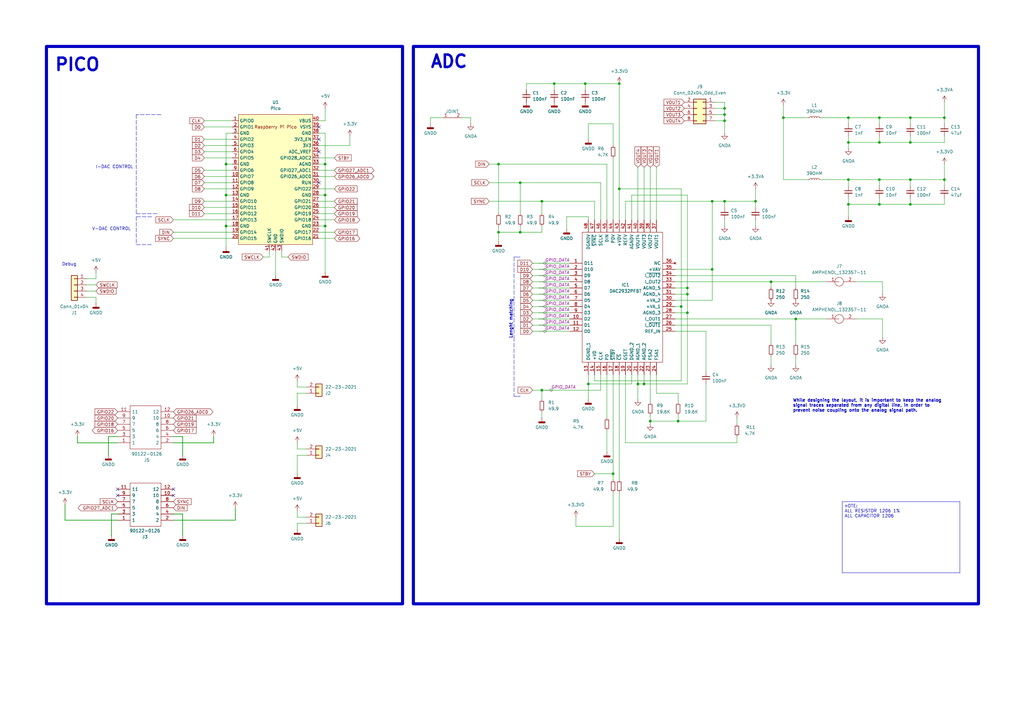
<source format=kicad_sch>
(kicad_sch (version 20231120) (generator "eeschema") (generator_version "8.0")
  (paper "A3")
  (title_block (title "PICO ADC2932") (date "2024-05-03") (rev "R01") (company "ICTAMKY.COM") (comment 1 "By leevawns"))
  (lib_symbols
    (symbol "Connector_Generic:Conn_01x02" (pin_names (offset 1.016) hide)
      (property "Reference" "J" (at 0 2.54 0))
      (property "Value" "Conn_01x02" (at 0 -5.08 0))
      (symbol "Conn_01x02_1_1"
        (pin passive line (at -5.08 0 0) (length 3.81) (name "Pin_1") (number "1"))
        (pin passive line (at -5.08 -2.54 0) (length 3.81) (name "Pin_2") (number "2"))
      )
    )
    (symbol "Connector_Generic:Conn_01x04" (pin_names (offset 1.016) hide)
      (property "Reference" "J" (at 0 5.08 0))
      (property "Value" "Conn_01x04" (at 0 -7.62 0))
      (symbol "Conn_01x04_1_1"
        (pin passive line (at -5.08 2.54 0) (length 3.81) (name "Pin_1") (number "1"))
        (pin passive line (at -5.08 0 0) (length 3.81) (name "Pin_2") (number "2"))
        (pin passive line (at -5.08 -2.54 0) (length 3.81) (name "Pin_3") (number "3"))
        (pin passive line (at -5.08 -5.08 0) (length 3.81) (name "Pin_4") (number "4"))
      )
    )
    (symbol "Connector_Generic:Conn_02x04_Odd_Even" (pin_names (offset 1.016) hide)
      (property "Reference" "J" (at 1.27 5.08 0))
      (property "Value" "Conn_02x04_Odd_Even" (at 1.27 -7.62 0))
      (symbol "Conn_02x04_Odd_Even_1_1"
        (pin passive line (at -5.08 2.54 0) (length 3.81) (name "Pin_1") (number "1"))
        (pin passive line (at 7.62 2.54 180) (length 3.81) (name "Pin_2") (number "2"))
        (pin passive line (at -5.08 0 0) (length 3.81) (name "Pin_3") (number "3"))
        (pin passive line (at 7.62 0 180) (length 3.81) (name "Pin_4") (number "4"))
        (pin passive line (at -5.08 -2.54 0) (length 3.81) (name "Pin_5") (number "5"))
        (pin passive line (at 7.62 -2.54 180) (length 3.81) (name "Pin_6") (number "6"))
        (pin passive line (at -5.08 -5.08 0) (length 3.81) (name "Pin_7") (number "7"))
        (pin passive line (at 7.62 -5.08 180) (length 3.81) (name "Pin_8") (number "8"))
      )
    )
    (symbol "Device:C_Small" (pin_numbers hide) (pin_names (offset 0.254) hide)
      (property "Reference" "C" (at 0.254 1.778 0))
      (property "Value" "C_Small" (at 0.254 -2.032 0))
      (symbol "C_Small_1_1"
        (pin passive line (at 0 2.54 270) (length 2.032) (name "~") (number "1"))
        (pin passive line (at 0 -2.54 90) (length 2.032) (name "~") (number "2"))
      )
    )
    (symbol "Device:L_Small" (pin_numbers hide) (pin_names (offset 0.254) hide)
      (property "Reference" "L" (at 0.762 1.016 0))
      (property "Value" "L_Small" (at 0.762 -1.016 0))
      (symbol "L_Small_1_1"
        (pin passive line (at 0 2.54 270) (length 0.508) (name "~") (number "1"))
        (pin passive line (at 0 -2.54 90) (length 0.508) (name "~") (number "2"))
      )
    )
    (symbol "Device:R_Small" (pin_numbers hide) (pin_names (offset 0.254) hide)
      (property "Reference" "R" (at 0.762 0.508 0))
      (property "Value" "R_Small" (at 0.762 -1.016 0))
      (symbol "R_Small_1_1"
        (pin passive line (at 0 2.54 270) (length 0.762) (name "~") (number "1"))
        (pin passive line (at 0 -2.54 90) (length 0.762) (name "~") (number "2"))
      )
    )
    (symbol "ICTAMKY:613012243121" (pin_names (offset 0.762))
      (property "Reference" "J" (at 2.032 -17.018 0))
      (property "Value" "613012243121" (at 1.27 -19.558 0))
      (symbol "613012243121_0_0"
        (pin passive line (at 0 0 0) (length 5.08) (name "1") (number "1"))
        (pin passive line (at 22.86 -10.16 180) (length 5.08) (name "10") (number "10"))
        (pin passive line (at 0 -12.7 0) (length 5.08) (name "11") (number "11"))
        (pin passive line (at 22.86 -12.7 180) (length 5.08) (name "12") (number "12"))
        (pin passive line (at 22.86 0 180) (length 5.08) (name "2") (number "2"))
        (pin passive line (at 0 -2.54 0) (length 5.08) (name "3") (number "3"))
        (pin passive line (at 22.86 -2.54 180) (length 5.08) (name "4") (number "4"))
        (pin passive line (at 0 -5.08 0) (length 5.08) (name "5") (number "5"))
        (pin passive line (at 22.86 -5.08 180) (length 5.08) (name "6") (number "6"))
        (pin passive line (at 0 -7.62 0) (length 5.08) (name "7") (number "7"))
        (pin passive line (at 22.86 -7.62 180) (length 5.08) (name "8") (number "8"))
        (pin passive line (at 0 -10.16 0) (length 5.08) (name "9") (number "9"))
      )
    )
    (symbol "ICTAMKY:JOINT" (pin_names (offset 1.016))
      (property "Value" "JOINT" (at 0 2.54 0))
      (symbol "JOINT_1_1"
        (pin input line (at -3.81 0 0) (length 2.54) (name "~") (number "1"))
        (pin input line (at 3.81 0 180) (length 2.54) (name "~") (number "2"))
      )
    )
    (symbol "PICO_ADC_Test:AMPHENOL_132357-11" (pin_names (offset 0.762) hide)
      (property "Reference" "J" (at 16.51 7.62 0))
      (property "Value" "AMPHENOL_132357-11" (at 16.51 5.08 0))
      (symbol "AMPHENOL_132357-11_0_0"
        (pin passive line (at 0 0 0) (length 5.08) (name "1") (number "1"))
        (pin passive line (at 12.065 0 180) (length 5.08) (name "2") (number "2"))
      )
    )
    (symbol "PICO_ADC_Test:Pico"
      (property "Reference" "U" (at -13.97 27.94 0))
      (property "Value" "Pico" (at 0 19.05 0))
      (symbol "Pico_0_0"
        (text "Raspberry Pi Pico" (at 0 21.59 0) (effects (font (size 1.27 1.27))))
      )
      (symbol "Pico_1_1"
        (pin bidirectional line (at -17.78 24.13 0) (length 2.54) (name "GPIO0") (number "1"))
        (pin bidirectional line (at -17.78 1.27 0) (length 2.54) (name "GPIO7") (number "10"))
        (pin bidirectional line (at -17.78 -1.27 0) (length 2.54) (name "GPIO8") (number "11"))
        (pin bidirectional line (at -17.78 -3.81 0) (length 2.54) (name "GPIO9") (number "12"))
        (pin power_in line (at -17.78 -6.35 0) (length 2.54) (name "GND") (number "13"))
        (pin bidirectional line (at -17.78 -8.89 0) (length 2.54) (name "GPIO10") (number "14"))
        (pin bidirectional line (at -17.78 -11.43 0) (length 2.54) (name "GPIO11") (number "15"))
        (pin bidirectional line (at -17.78 -13.97 0) (length 2.54) (name "GPIO12") (number "16"))
        (pin bidirectional line (at -17.78 -16.51 0) (length 2.54) (name "GPIO13") (number "17"))
        (pin power_in line (at -17.78 -19.05 0) (length 2.54) (name "GND") (number "18"))
        (pin bidirectional line (at -17.78 -21.59 0) (length 2.54) (name "GPIO14") (number "19"))
        (pin bidirectional line (at -17.78 21.59 0) (length 2.54) (name "GPIO1") (number "2"))
        (pin bidirectional line (at -17.78 -24.13 0) (length 2.54) (name "GPIO15") (number "20"))
        (pin bidirectional line (at 17.78 -24.13 180) (length 2.54) (name "GPIO16") (number "21"))
        (pin bidirectional line (at 17.78 -21.59 180) (length 2.54) (name "GPIO17") (number "22"))
        (pin power_in line (at 17.78 -19.05 180) (length 2.54) (name "GND") (number "23"))
        (pin bidirectional line (at 17.78 -16.51 180) (length 2.54) (name "GPIO18") (number "24"))
        (pin bidirectional line (at 17.78 -13.97 180) (length 2.54) (name "GPIO19") (number "25"))
        (pin bidirectional line (at 17.78 -11.43 180) (length 2.54) (name "GPIO20") (number "26"))
        (pin bidirectional line (at 17.78 -8.89 180) (length 2.54) (name "GPIO21") (number "27"))
        (pin power_in line (at 17.78 -6.35 180) (length 2.54) (name "GND") (number "28"))
        (pin bidirectional line (at 17.78 -3.81 180) (length 2.54) (name "GPIO22") (number "29"))
        (pin power_in line (at -17.78 19.05 0) (length 2.54) (name "GND") (number "3"))
        (pin input line (at 17.78 -1.27 180) (length 2.54) (name "RUN") (number "30"))
        (pin bidirectional line (at 17.78 1.27 180) (length 2.54) (name "GPIO26_ADC0") (number "31"))
        (pin bidirectional line (at 17.78 3.81 180) (length 2.54) (name "GPIO27_ADC1") (number "32"))
        (pin power_in line (at 17.78 6.35 180) (length 2.54) (name "AGND") (number "33"))
        (pin bidirectional line (at 17.78 8.89 180) (length 2.54) (name "GPIO28_ADC2") (number "34"))
        (pin power_in line (at 17.78 11.43 180) (length 2.54) (name "ADC_VREF") (number "35"))
        (pin power_in line (at 17.78 13.97 180) (length 2.54) (name "3V3") (number "36"))
        (pin input line (at 17.78 16.51 180) (length 2.54) (name "3V3_EN") (number "37"))
        (pin bidirectional line (at 17.78 19.05 180) (length 2.54) (name "GND") (number "38"))
        (pin power_in line (at 17.78 21.59 180) (length 2.54) (name "VSYS") (number "39"))
        (pin bidirectional line (at -17.78 16.51 0) (length 2.54) (name "GPIO2") (number "4"))
        (pin power_in line (at 17.78 24.13 180) (length 2.54) (name "VBUS") (number "40"))
        (pin input line (at -2.54 -29.21 90) (length 2.54) (name "SWCLK") (number "41"))
        (pin power_in line (at 0 -29.21 90) (length 2.54) (name "GND") (number "42"))
        (pin bidirectional line (at 2.54 -29.21 90) (length 2.54) (name "SWDIO") (number "43"))
        (pin bidirectional line (at -17.78 13.97 0) (length 2.54) (name "GPIO3") (number "5"))
        (pin bidirectional line (at -17.78 11.43 0) (length 2.54) (name "GPIO4") (number "6"))
        (pin bidirectional line (at -17.78 8.89 0) (length 2.54) (name "GPIO5") (number "7"))
        (pin power_in line (at -17.78 6.35 0) (length 2.54) (name "GND") (number "8"))
        (pin bidirectional line (at -17.78 3.81 0) (length 2.54) (name "GPIO6") (number "9"))
      )
    )
    (symbol "SamacSys_Parts:DAC2932PFBT" (pin_names (offset 0.762))
      (property "Reference" "IC" (at 39.37 17.78 0))
      (property "Value" "DAC2932PFBT" (at 39.37 15.24 0))
      (symbol "DAC2932PFBT_0_0"
        (pin passive line (at 0 0 0) (length 5.08) (name "D11") (number "1"))
        (pin passive line (at 0 -22.86 0) (length 5.08) (name "D2") (number "10"))
        (pin passive line (at 0 -25.4 0) (length 5.08) (name "D1") (number "11"))
        (pin passive line (at 0 -27.94 0) (length 5.08) (name "D0") (number "12"))
        (pin passive line (at 7.62 -45.72 90) (length 5.08) (name "DGND_1") (number "13"))
        (pin passive line (at 10.16 -45.72 90) (length 5.08) (name "+VD") (number "14"))
        (pin passive line (at 12.7 -45.72 90) (length 5.08) (name "CLK") (number "15"))
        (pin passive line (at 15.24 -45.72 90) (length 5.08) (name "PD") (number "16"))
        (pin passive line (at 17.78 -45.72 90) (length 5.08) (name "~{STBY}") (number "17"))
        (pin passive line (at 20.32 -45.72 90) (length 5.08) (name "~{CS}") (number "18"))
        (pin passive line (at 22.86 -45.72 90) (length 5.08) (name "GSET") (number "19"))
        (pin passive line (at 0 -2.54 0) (length 5.08) (name "D10") (number "2"))
        (pin passive line (at 25.4 -45.72 90) (length 5.08) (name "DGND_2") (number "20"))
        (pin passive line (at 27.94 -45.72 90) (length 5.08) (name "AGND_1") (number "21"))
        (pin passive line (at 30.48 -45.72 90) (length 5.08) (name "AGND_2") (number "22"))
        (pin passive line (at 33.02 -45.72 90) (length 5.08) (name "FSA2") (number "23"))
        (pin passive line (at 35.56 -45.72 90) (length 5.08) (name "FSA1") (number "24"))
        (pin passive line (at 43.18 -27.94 180) (length 5.08) (name "REF_IN") (number "25"))
        (pin passive line (at 43.18 -25.4 180) (length 5.08) (name "I_~{OUT1}") (number "26"))
        (pin passive line (at 43.18 -22.86 180) (length 5.08) (name "I_OUT1") (number "27"))
        (pin passive line (at 43.18 -20.32 180) (length 5.08) (name "AGND_3") (number "28"))
        (pin passive line (at 43.18 -17.78 180) (length 5.08) (name "+VA_1") (number "29"))
        (pin passive line (at 0 -5.08 0) (length 5.08) (name "D9") (number "3"))
        (pin passive line (at 43.18 -15.24 180) (length 5.08) (name "+VA_2") (number "30"))
        (pin passive line (at 43.18 -12.7 180) (length 5.08) (name "AGND_4") (number "31"))
        (pin passive line (at 43.18 -10.16 180) (length 5.08) (name "AGND_5") (number "32"))
        (pin passive line (at 43.18 -7.62 180) (length 5.08) (name "I_OUT2") (number "33"))
        (pin passive line (at 43.18 -5.08 180) (length 5.08) (name "I~{_OUT2}") (number "34"))
        (pin passive line (at 43.18 -2.54 180) (length 5.08) (name "+VAV") (number "35"))
        (pin no_connect line (at 43.18 0 180) (length 5.08) (name "NC") (number "36"))
        (pin passive line (at 35.56 17.78 270) (length 5.08) (name "VOUT1") (number "37"))
        (pin passive line (at 33.02 17.78 270) (length 5.08) (name "VOUT2") (number "38"))
        (pin passive line (at 30.48 17.78 270) (length 5.08) (name "VOUT3") (number "39"))
        (pin passive line (at 0 -7.62 0) (length 5.08) (name "D8") (number "4"))
        (pin passive line (at 27.94 17.78 270) (length 5.08) (name "VOUT4") (number "40"))
        (pin passive line (at 25.4 17.78 270) (length 5.08) (name "AGNDV") (number "41"))
        (pin passive line (at 22.86 17.78 270) (length 5.08) (name "REFV") (number "42"))
        (pin passive line (at 20.32 17.78 270) (length 5.08) (name "+VDV") (number "43"))
        (pin passive line (at 17.78 17.78 270) (length 5.08) (name "PDV") (number "44"))
        (pin passive line (at 15.24 17.78 270) (length 5.08) (name "DIN") (number "45"))
        (pin passive line (at 12.7 17.78 270) (length 5.08) (name "SCLK") (number "46"))
        (pin passive line (at 10.16 17.78 270) (length 5.08) (name "~{SYNC}") (number "47"))
        (pin passive line (at 7.62 17.78 270) (length 5.08) (name "DGNDV") (number "48"))
        (pin passive line (at 0 -10.16 0) (length 5.08) (name "D7") (number "5"))
        (pin passive line (at 0 -12.7 0) (length 5.08) (name "D6") (number "6"))
        (pin passive line (at 0 -15.24 0) (length 5.08) (name "D5") (number "7"))
        (pin passive line (at 0 -17.78 0) (length 5.08) (name "D4") (number "8"))
        (pin passive line (at 0 -20.32 0) (length 5.08) (name "D3") (number "9"))
      )
    )
    (symbol "power:+3.3V" (power) (pin_names (offset 0))
      (property "Value" "+3.3V" (at 0 3.556 0))
      (symbol "+3.3V_1_1"
        (pin power_in line (at 0 0 90) (length 0) hide (name "+3.3V") (number "1"))
      )
    )
    (symbol "power:+5V" (power) (pin_names (offset 0))
      (property "Value" "+5V" (at 0 3.556 0))
      (symbol "+5V_1_1"
        (pin power_in line (at 0 0 90) (length 0) hide (name "+5V") (number "1"))
      )
    )
    (symbol "power:GNDA" (power) (pin_numbers hide) (pin_names (offset 0) hide)
      (property "Value" "GNDA" (at 0 -3.81 0))
      (symbol "GNDA_1_1"
        (pin power_in line (at 0 0 270) (length 0) (name "~") (number "1"))
      )
    )
    (symbol "power:GNDD" (power) (pin_numbers hide) (pin_names (offset 0) hide)
      (property "Value" "GNDD" (at 0 -3.175 0))
      (symbol "GNDD_1_1"
        (pin power_in line (at 0 0 270) (length 0) (name "~") (number "1"))
      )
    )
  )
  (junction (at 292.1 110.49))
  (junction (at 261.62 157.48))
  (junction (at 92.71 92.71))
  (junction (at 133.35 67.31))
  (junction (at 133.35 92.71))
  (junction (at 297.18 82.55))
  (junction (at 297.18 44.45))
  (junction (at 222.25 160.02))
  (junction (at 281.94 120.65))
  (junction (at 254 34.29))
  (junction (at 241.3 157.48))
  (junction (at 204.47 95.25))
  (junction (at 281.94 128.27))
  (junction (at 297.18 46.99))
  (junction (at 281.94 118.11))
  (junction (at 133.35 80.01))
  (junction (at 316.23 115.57))
  (junction (at 321.31 48.26))
  (junction (at 240.03 34.29))
  (junction (at 254 77.47))
  (junction (at 222.25 82.55))
  (junction (at 347.98 73.66))
  (junction (at 309.88 82.55))
  (junction (at 373.38 48.26))
  (junction (at 213.36 95.25))
  (junction (at 360.68 73.66))
  (junction (at 278.13 172.72))
  (junction (at 347.98 58.42))
  (junction (at 292.1 82.55))
  (junction (at 204.47 67.31))
  (junction (at 264.16 157.48))
  (junction (at 360.68 58.42))
  (junction (at 213.36 74.93))
  (junction (at 326.39 130.81))
  (junction (at 387.35 48.26))
  (junction (at 360.68 48.26))
  (junction (at 373.38 73.66))
  (junction (at 387.35 73.66))
  (junction (at 297.18 49.53))
  (junction (at 347.98 83.82))
  (junction (at 227.33 34.29))
  (junction (at 251.46 194.31))
  (junction (at 92.71 67.31))
  (junction (at 279.4 125.73))
  (junction (at 373.38 83.82))
  (junction (at 92.71 80.01))
  (junction (at 347.98 48.26))
  (junction (at 373.38 58.42))
  (junction (at 266.7 172.72))
  (junction (at 360.68 83.82))
  (no_connect (at 71.12 200.66))
  (no_connect (at 48.26 200.66))
  (no_connect (at 130.81 62.23))
  (no_connect (at 130.81 74.93))
  (no_connect (at 130.81 57.15))
  (no_connect (at 130.81 52.07))
  (no_connect (at 71.12 203.2))
  (no_connect (at 48.26 203.2))
  (wire (pts (xy 130.81 54.61) (xy 133.35 54.61)))
  (wire (pts (xy 254 34.29) (xy 254 77.47)))
  (wire (pts (xy 256.54 181.61) (xy 302.26 181.61)))
  (wire (pts (xy 121.92 212.09) (xy 121.92 209.55)))
  (wire (pts (xy 266.7 170.18) (xy 266.7 172.72)))
  (wire (pts (xy 143.51 59.69) (xy 143.51 55.88)))
  (wire (pts (xy 278.13 161.29) (xy 278.13 165.1)))
  (wire (pts (xy 276.86 113.03) (xy 326.39 113.03)))
  (wire (pts (xy 218.44 110.49) (xy 233.68 110.49)))
  (wire (pts (xy 243.84 153.67) (xy 243.84 156.21)))
  (wire (pts (xy 279.4 77.47) (xy 254 77.47)))
  (wire (pts (xy 39.37 121.92) (xy 35.56 121.92)))
  (wire (pts (xy 110.49 105.41) (xy 107.95 105.41)))
  (wire (pts (xy 256.54 90.17) (xy 256.54 82.55)))
  (wire (pts (xy 125.73 212.09) (xy 121.92 212.09)))
  (wire (pts (xy 137.16 85.09) (xy 130.81 85.09)))
  (wire (pts (xy 293.37 49.53) (xy 297.18 49.53)))
  (wire (pts (xy 222.25 160.02) (xy 246.38 160.02)))
  (wire (pts (xy 125.73 214.63) (xy 121.92 214.63)))
  (polyline (pts (xy 210.82 105.41) (xy 210.82 138.43)) (stroke (width 0) (type dash)))
  (wire (pts (xy 297.18 49.53) (xy 297.18 54.61)))
  (wire (pts (xy 276.86 118.11) (xy 281.94 118.11)))
  (wire (pts (xy 213.36 74.93) (xy 246.38 74.93)))
  (wire (pts (xy 218.44 115.57) (xy 233.68 115.57)))
  (wire (pts (xy 373.38 73.66) (xy 387.35 73.66)))
  (wire (pts (xy 218.44 125.73) (xy 233.68 125.73)))
  (wire (pts (xy 92.71 80.01) (xy 95.25 80.01)))
  (wire (pts (xy 326.39 130.81) (xy 326.39 140.97)))
  (wire (pts (xy 373.38 83.82) (xy 387.35 83.82)))
  (wire (pts (xy 347.98 48.26) (xy 347.98 50.8)))
  (wire (pts (xy 347.98 73.66) (xy 347.98 76.2)))
  (wire (pts (xy 240.03 36.83) (xy 240.03 34.29)))
  (wire (pts (xy 113.03 102.87) (xy 113.03 113.03)))
  (wire (pts (xy 347.98 88.9) (xy 347.98 83.82)))
  (wire (pts (xy 222.25 95.25) (xy 213.36 95.25)))
  (wire (pts (xy 92.71 54.61) (xy 92.71 67.31)))
  (wire (pts (xy 130.81 67.31) (xy 133.35 67.31)))
  (wire (pts (xy 200.66 82.55) (xy 222.25 82.55)))
  (wire (pts (xy 251.46 215.9) (xy 236.22 215.9)))
  (wire (pts (xy 92.71 80.01) (xy 92.71 92.71)))
  (wire (pts (xy 387.35 48.26) (xy 387.35 41.91)))
  (wire (pts (xy 316.23 115.57) (xy 316.23 118.11)))
  (wire (pts (xy 137.16 97.79) (xy 130.81 97.79)))
  (wire (pts (xy 316.23 149.86) (xy 316.23 146.05)))
  (wire (pts (xy 316.23 133.35) (xy 316.23 140.97)))
  (wire (pts (xy 279.4 156.21) (xy 279.4 125.73)))
  (wire (pts (xy 387.35 48.26) (xy 387.35 50.8)))
  (wire (pts (xy 297.18 44.45) (xy 297.18 46.99)))
  (wire (pts (xy 302.26 171.45) (xy 302.26 173.99)))
  (polyline (pts (xy 55.88 46.99) (xy 55.88 87.63)) (stroke (width 0) (type dash)))
  (wire (pts (xy 74.93 179.07) (xy 74.93 186.69)) (stroke (width 0.254)))
  (wire (pts (xy 130.81 82.55) (xy 137.16 82.55)))
  (wire (pts (xy 251.46 64.77) (xy 251.46 90.17)))
  (wire (pts (xy 251.46 50.8) (xy 251.46 59.69)))
  (wire (pts (xy 266.7 68.58) (xy 266.7 90.17)))
  (polyline (pts (xy 213.36 162.56) (xy 210.82 162.56)))
  (wire (pts (xy 336.55 48.26) (xy 347.98 48.26)))
  (wire (pts (xy 373.38 81.28) (xy 373.38 83.82)))
  (wire (pts (xy 278.13 170.18) (xy 278.13 172.72)))
  (wire (pts (xy 39.37 124.46) (xy 39.37 121.92)))
  (wire (pts (xy 130.81 95.25) (xy 137.16 95.25)))
  (wire (pts (xy 218.44 133.35) (xy 233.68 133.35)))
  (wire (pts (xy 232.41 88.9) (xy 232.41 93.98)))
  (wire (pts (xy 261.62 68.58) (xy 261.62 90.17)))
  (wire (pts (xy 193.04 48.26) (xy 193.04 50.8)))
  (wire (pts (xy 256.54 153.67) (xy 256.54 181.61)))
  (wire (pts (xy 264.16 153.67) (xy 264.16 157.48)))
  (wire (pts (xy 331.47 73.66) (xy 321.31 73.66)))
  (wire (pts (xy 276.86 128.27) (xy 281.94 128.27)))
  (wire (pts (xy 276.86 123.19) (xy 292.1 123.19)))
  (wire (pts (xy 347.98 55.88) (xy 347.98 58.42)))
  (wire (pts (xy 95.25 54.61) (xy 92.71 54.61)))
  (wire (pts (xy 297.18 85.09) (xy 297.18 82.55)))
  (wire (pts (xy 326.39 130.81) (xy 339.09 130.81)))
  (wire (pts (xy 243.84 90.17) (xy 243.84 82.55)))
  (wire (pts (xy 121.92 186.69) (xy 121.92 194.31)))
  (wire (pts (xy 121.92 158.75) (xy 121.92 156.21)))
  (wire (pts (xy 241.3 153.67) (xy 241.3 157.48)))
  (wire (pts (xy 189.23 48.26) (xy 193.04 48.26)))
  (wire (pts (xy 360.68 55.88) (xy 360.68 58.42)))
  (wire (pts (xy 204.47 67.31) (xy 248.92 67.31)))
  (wire (pts (xy 360.68 73.66) (xy 373.38 73.66)))
  (wire (pts (xy 35.56 114.3) (xy 39.37 114.3)))
  (wire (pts (xy 227.33 34.29) (xy 240.03 34.29)))
  (wire (pts (xy 71.12 210.82) (xy 74.93 210.82)) (stroke (width 0.254)))
  (wire (pts (xy 218.44 160.02) (xy 222.25 160.02)))
  (wire (pts (xy 269.24 68.58) (xy 269.24 90.17)))
  (wire (pts (xy 259.08 157.48) (xy 241.3 157.48)))
  (wire (pts (xy 222.25 92.71) (xy 222.25 95.25)))
  (wire (pts (xy 74.93 210.82) (xy 74.93 219.71)) (stroke (width 0.254)))
  (wire (pts (xy 289.56 172.72) (xy 278.13 172.72)))
  (wire (pts (xy 360.68 58.42) (xy 373.38 58.42)))
  (wire (pts (xy 361.95 130.81) (xy 361.95 138.43)))
  (wire (pts (xy 176.53 48.26) (xy 176.53 50.8)))
  (wire (pts (xy 266.7 153.67) (xy 266.7 165.1)))
  (wire (pts (xy 276.86 135.89) (xy 289.56 135.89)))
  (wire (pts (xy 83.82 77.47) (xy 95.25 77.47)))
  (wire (pts (xy 360.68 73.66) (xy 360.68 76.2)))
  (wire (pts (xy 276.86 130.81) (xy 326.39 130.81)))
  (wire (pts (xy 259.08 80.01) (xy 281.94 80.01)))
  (wire (pts (xy 264.16 68.58) (xy 264.16 90.17)))
  (wire (pts (xy 281.94 80.01) (xy 281.94 118.11)))
  (wire (pts (xy 248.92 176.53) (xy 248.92 185.42)))
  (wire (pts (xy 266.7 172.72) (xy 266.7 173.99)))
  (wire (pts (xy 125.73 158.75) (xy 121.92 158.75)))
  (wire (pts (xy 360.68 48.26) (xy 373.38 48.26)))
  (wire (pts (xy 218.44 118.11) (xy 233.68 118.11)))
  (polyline (pts (xy 62.23 88.9) (xy 55.88 88.9)) (stroke (width 0) (type dash)))
  (wire (pts (xy 133.35 54.61) (xy 133.35 67.31)))
  (wire (pts (xy 121.92 214.63) (xy 121.92 217.17)))
  (wire (pts (xy 133.35 67.31) (xy 133.35 80.01)))
  (wire (pts (xy 130.81 87.63) (xy 137.16 87.63)))
  (wire (pts (xy 241.3 90.17) (xy 241.3 88.9)))
  (wire (pts (xy 373.38 48.26) (xy 373.38 50.8)))
  (wire (pts (xy 360.68 81.28) (xy 360.68 83.82)))
  (wire (pts (xy 83.82 52.07) (xy 95.25 52.07)))
  (wire (pts (xy 326.39 113.03) (xy 326.39 118.11)))
  (wire (pts (xy 200.66 67.31) (xy 204.47 67.31)))
  (wire (pts (xy 248.92 67.31) (xy 248.92 90.17)))
  (wire (pts (xy 48.26 179.07) (xy 44.45 179.07)) (stroke (width 0.254)))
  (wire (pts (xy 83.82 87.63) (xy 95.25 87.63)))
  (wire (pts (xy 292.1 123.19) (xy 292.1 110.49)))
  (wire (pts (xy 110.49 102.87) (xy 110.49 105.41)))
  (wire (pts (xy 213.36 74.93) (xy 213.36 87.63)))
  (wire (pts (xy 347.98 48.26) (xy 360.68 48.26)))
  (wire (pts (xy 309.88 82.55) (xy 297.18 82.55)))
  (wire (pts (xy 246.38 74.93) (xy 246.38 90.17)))
  (wire (pts (xy 293.37 46.99) (xy 297.18 46.99)))
  (wire (pts (xy 31.75 179.07) (xy 31.75 181.61)) (stroke (width 0.254)))
  (wire (pts (xy 83.82 74.93) (xy 95.25 74.93)))
  (wire (pts (xy 130.81 90.17) (xy 137.16 90.17)))
  (wire (pts (xy 276.86 110.49) (xy 292.1 110.49)))
  (wire (pts (xy 218.44 107.95) (xy 233.68 107.95)))
  (polyline (pts (xy 213.36 105.41) (xy 210.82 105.41)))
  (wire (pts (xy 83.82 59.69) (xy 95.25 59.69)))
  (wire (pts (xy 254 153.67) (xy 254 196.85)))
  (wire (pts (xy 281.94 120.65) (xy 281.94 128.27)))
  (wire (pts (xy 347.98 60.96) (xy 347.98 58.42)))
  (wire (pts (xy 309.88 85.09) (xy 309.88 82.55)))
  (wire (pts (xy 227.33 36.83) (xy 227.33 34.29)))
  (wire (pts (xy 121.92 161.29) (xy 121.92 166.37)))
  (wire (pts (xy 254 201.93) (xy 254 220.98)))
  (wire (pts (xy 215.9 34.29) (xy 227.33 34.29)))
  (wire (pts (xy 71.12 179.07) (xy 74.93 179.07)) (stroke (width 0.254)))
  (wire (pts (xy 204.47 95.25) (xy 204.47 99.06)))
  (wire (pts (xy 92.71 92.71) (xy 92.71 101.6)))
  (wire (pts (xy 96.52 213.36) (xy 96.52 208.28)) (stroke (width 0.254)))
  (wire (pts (xy 213.36 95.25) (xy 204.47 95.25)))
  (wire (pts (xy 347.98 83.82) (xy 360.68 83.82)))
  (polyline (pts (xy 55.88 87.63) (xy 64.77 87.63)) (stroke (width 0) (type dash)))
  (wire (pts (xy 276.86 120.65) (xy 281.94 120.65)))
  (wire (pts (xy 83.82 62.23) (xy 95.25 62.23)))
  (wire (pts (xy 281.94 157.48) (xy 264.16 157.48)))
  (polyline (pts (xy 66.04 46.99) (xy 55.88 46.99)) (stroke (width 0) (type dash)))
  (wire (pts (xy 125.73 184.15) (xy 121.92 184.15)))
  (wire (pts (xy 218.44 123.19) (xy 233.68 123.19)))
  (wire (pts (xy 71.12 90.17) (xy 95.25 90.17)))
  (wire (pts (xy 181.61 48.26) (xy 176.53 48.26)))
  (wire (pts (xy 241.3 50.8) (xy 241.3 57.15)))
  (wire (pts (xy 251.46 194.31) (xy 251.46 196.85)))
  (wire (pts (xy 259.08 153.67) (xy 259.08 157.48)))
  (wire (pts (xy 218.44 128.27) (xy 233.68 128.27)))
  (wire (pts (xy 83.82 82.55) (xy 95.25 82.55)))
  (wire (pts (xy 254 77.47) (xy 254 90.17)))
  (wire (pts (xy 259.08 90.17) (xy 259.08 80.01)))
  (wire (pts (xy 71.12 95.25) (xy 95.25 95.25)))
  (wire (pts (xy 293.37 41.91) (xy 297.18 41.91)))
  (wire (pts (xy 44.45 179.07) (xy 44.45 186.69)) (stroke (width 0.254)))
  (wire (pts (xy 276.86 115.57) (xy 316.23 115.57)))
  (wire (pts (xy 373.38 55.88) (xy 373.38 58.42)))
  (wire (pts (xy 222.25 87.63) (xy 222.25 82.55)))
  (polyline (pts (xy 55.88 88.9) (xy 55.88 100.33)) (stroke (width 0) (type dash)))
  (wire (pts (xy 347.98 81.28) (xy 347.98 83.82)))
  (wire (pts (xy 246.38 160.02) (xy 246.38 153.67)))
  (wire (pts (xy 243.84 156.21) (xy 279.4 156.21)))
  (wire (pts (xy 137.16 69.85) (xy 130.81 69.85)))
  (wire (pts (xy 241.3 88.9) (xy 232.41 88.9)))
  (wire (pts (xy 35.56 119.38) (xy 39.37 119.38)))
  (wire (pts (xy 248.92 153.67) (xy 248.92 171.45)))
  (wire (pts (xy 218.44 113.03) (xy 233.68 113.03)))
  (wire (pts (xy 302.26 181.61) (xy 302.26 179.07)))
  (wire (pts (xy 347.98 58.42) (xy 360.68 58.42)))
  (wire (pts (xy 256.54 82.55) (xy 292.1 82.55)))
  (wire (pts (xy 130.81 92.71) (xy 133.35 92.71)))
  (wire (pts (xy 115.57 105.41) (xy 118.11 105.41)))
  (polyline (pts (xy 210.82 138.43) (xy 210.82 162.56)) (stroke (width 0) (type dash)))
  (wire (pts (xy 264.16 157.48) (xy 261.62 157.48)))
  (wire (pts (xy 222.25 160.02) (xy 222.25 163.83)))
  (wire (pts (xy 87.63 179.07) (xy 87.63 181.61)) (stroke (width 0.254)))
  (wire (pts (xy 251.46 153.67) (xy 251.46 194.31)))
  (wire (pts (xy 331.47 48.26) (xy 321.31 48.26)))
  (wire (pts (xy 243.84 194.31) (xy 251.46 194.31)))
  (wire (pts (xy 309.88 77.47) (xy 309.88 82.55)))
  (polyline (pts (xy 55.88 100.33) (xy 62.23 100.33)) (stroke (width 0) (type dash)))
  (wire (pts (xy 281.94 128.27) (xy 281.94 157.48)))
  (wire (pts (xy 115.57 102.87) (xy 115.57 105.41)))
  (wire (pts (xy 281.94 118.11) (xy 281.94 120.65)))
  (wire (pts (xy 292.1 82.55) (xy 292.1 110.49)))
  (wire (pts (xy 83.82 49.53) (xy 95.25 49.53)))
  (wire (pts (xy 200.66 74.93) (xy 213.36 74.93)))
  (wire (pts (xy 83.82 72.39) (xy 95.25 72.39)))
  (wire (pts (xy 387.35 83.82) (xy 387.35 81.28)))
  (wire (pts (xy 289.56 135.89) (xy 289.56 152.4)))
  (wire (pts (xy 121.92 184.15) (xy 121.92 181.61)))
  (wire (pts (xy 251.46 201.93) (xy 251.46 215.9)))
  (wire (pts (xy 387.35 58.42) (xy 387.35 55.88)))
  (wire (pts (xy 276.86 125.73) (xy 279.4 125.73)))
  (wire (pts (xy 133.35 80.01) (xy 130.81 80.01)))
  (wire (pts (xy 336.55 73.66) (xy 347.98 73.66)))
  (wire (pts (xy 316.23 115.57) (xy 339.09 115.57)))
  (wire (pts (xy 269.24 153.67) (xy 269.24 161.29)))
  (wire (pts (xy 26.67 213.36) (xy 48.26 213.36)) (stroke (width 0.254)))
  (wire (pts (xy 87.63 181.61) (xy 71.12 181.61)) (stroke (width 0.254)))
  (wire (pts (xy 347.98 73.66) (xy 360.68 73.66)))
  (wire (pts (xy 218.44 120.65) (xy 233.68 120.65)))
  (wire (pts (xy 45.72 210.82) (xy 45.72 219.71)) (stroke (width 0.254)))
  (wire (pts (xy 218.44 130.81) (xy 233.68 130.81)))
  (wire (pts (xy 276.86 133.35) (xy 316.23 133.35)))
  (wire (pts (xy 269.24 161.29) (xy 278.13 161.29)))
  (wire (pts (xy 31.75 181.61) (xy 48.26 181.61)) (stroke (width 0.254)))
  (wire (pts (xy 279.4 125.73) (xy 279.4 77.47)))
  (wire (pts (xy 35.56 116.84) (xy 39.37 116.84)))
  (wire (pts (xy 360.68 48.26) (xy 360.68 50.8)))
  (wire (pts (xy 204.47 92.71) (xy 204.47 95.25)))
  (wire (pts (xy 360.68 83.82) (xy 373.38 83.82)))
  (wire (pts (xy 215.9 36.83) (xy 215.9 34.29)))
  (wire (pts (xy 293.37 44.45) (xy 297.18 44.45)))
  (wire (pts (xy 137.16 72.39) (xy 130.81 72.39)))
  (wire (pts (xy 373.38 48.26) (xy 387.35 48.26)))
  (wire (pts (xy 361.95 120.65) (xy 361.95 115.57)))
  (wire (pts (xy 218.44 135.89) (xy 233.68 135.89)))
  (wire (pts (xy 326.39 149.86) (xy 326.39 146.05)))
  (wire (pts (xy 297.18 82.55) (xy 292.1 82.55)))
  (wire (pts (xy 83.82 64.77) (xy 95.25 64.77)))
  (wire (pts (xy 92.71 67.31) (xy 95.25 67.31)))
  (wire (pts (xy 133.35 49.53) (xy 130.81 49.53)))
  (wire (pts (xy 213.36 92.71) (xy 213.36 95.25)))
  (wire (pts (xy 26.67 207.01) (xy 26.67 213.36)) (stroke (width 0.254)))
  (wire (pts (xy 387.35 73.66) (xy 387.35 76.2)))
  (wire (pts (xy 133.35 44.45) (xy 133.35 49.53)))
  (wire (pts (xy 222.25 171.45) (xy 222.25 168.91)))
  (wire (pts (xy 297.18 41.91) (xy 297.18 44.45)))
  (wire (pts (xy 222.25 82.55) (xy 243.84 82.55)))
  (wire (pts (xy 240.03 34.29) (xy 254 34.29)))
  (wire (pts (xy 321.31 48.26) (xy 321.31 73.66)))
  (wire (pts (xy 266.7 172.72) (xy 278.13 172.72)))
  (wire (pts (xy 71.12 97.79) (xy 95.25 97.79)))
  (wire (pts (xy 125.73 186.69) (xy 121.92 186.69)))
  (wire (pts (xy 321.31 48.26) (xy 321.31 43.18)))
  (wire (pts (xy 204.47 67.31) (xy 204.47 87.63)))
  (wire (pts (xy 297.18 46.99) (xy 297.18 49.53)))
  (wire (pts (xy 297.18 90.17) (xy 297.18 92.71)))
  (wire (pts (xy 387.35 73.66) (xy 387.35 67.31)))
  (wire (pts (xy 48.26 210.82) (xy 45.72 210.82)) (stroke (width 0.254)))
  (wire (pts (xy 133.35 92.71) (xy 133.35 111.76)))
  (wire (pts (xy 130.81 59.69) (xy 143.51 59.69)))
  (wire (pts (xy 83.82 69.85) (xy 95.25 69.85)))
  (wire (pts (xy 92.71 67.31) (xy 92.71 80.01)))
  (wire (pts (xy 261.62 157.48) (xy 261.62 163.83)))
  (wire (pts (xy 133.35 92.71) (xy 133.35 80.01)))
  (wire (pts (xy 92.71 92.71) (xy 95.25 92.71)))
  (wire (pts (xy 71.12 213.36) (xy 96.52 213.36)) (stroke (width 0.254)))
  (wire (pts (xy 251.46 50.8) (xy 241.3 50.8)))
  (wire (pts (xy 83.82 57.15) (xy 95.25 57.15)))
  (wire (pts (xy 373.38 58.42) (xy 387.35 58.42)))
  (wire (pts (xy 83.82 85.09) (xy 95.25 85.09)))
  (wire (pts (xy 137.16 77.47) (xy 130.81 77.47)))
  (wire (pts (xy 309.88 90.17) (xy 309.88 92.71)))
  (wire (pts (xy 261.62 153.67) (xy 261.62 157.48)))
  (wire (pts (xy 137.16 64.77) (xy 130.81 64.77)))
  (wire (pts (xy 351.155 115.57) (xy 361.95 115.57)))
  (wire (pts (xy 241.3 157.48) (xy 241.3 163.83)))
  (wire (pts (xy 289.56 157.48) (xy 289.56 172.72)))
  (wire (pts (xy 351.155 130.81) (xy 361.95 130.81)))
  (wire (pts (xy 236.22 215.9) (xy 236.22 212.09)))
  (wire (pts (xy 39.37 114.3) (xy 39.37 111.76)))
  (wire (pts (xy 125.73 161.29) (xy 121.92 161.29)))
  (wire (pts (xy 373.38 73.66) (xy 373.38 76.2)))
  (rectangle (start 169.545 19.05) (end 401.32 247.65) (stroke (width 1.27)))
  (rectangle (start 19.05 19.05) (end 165.1 247.65) (stroke (width 1.27)))
  (text_box "nOTE:\nALL RESISTOR 1206 1%\nALL CAPACITOR 1206" (at 345.44 205.74 0) (size 48.26 29.21) (effects (font (size 1.27 1.27)) (justify left top)))
  (text "While designing the layout, it is important to keep the analog\nsignal traces separated from any digital line, in order to\nprevent noise coupling onto the analog signal path." (at 325.12 166.37 0) (effects (font (size 1.27 1.27) (bold yes)) (justify left)))
  (text "ADC" (at 184.15 25.4 0) (effects (font (size 5.08 5.08) (thickness 1.016) (bold yes))))
  (text "Lenght matching" (at 209.55 130.81 90) (effects (font (size 1.27 1.27) (bold yes))))
  (text "V-DAC CONTROL" (at 45.72 93.98 0) (effects (font (size 1.27 1.27))))
  (text "PICO" (at 31.75 26.67 0) (effects (font (size 5.08 5.08) (thickness 1.016) (bold yes))))
  (text "Debug" (at 25.4 109.22 0) (effects (font (size 1.27 1.27)) (justify left bottom)))
  (text "I-DAC CONTROL" (at 46.99 68.58 0) (effects (font (size 1.27 1.27))))
  (global_label "D7" (shape input) (at 218.44 118.11 180) (property "Intersheetrefs" "${INTERSHEET_REFS}" (effects (hide yes))))
  (global_label "SCLK" (shape input) (at 200.66 74.93 180) (property "Intersheetrefs" "${INTERSHEET_REFS}" (effects (hide yes))))
  (global_label "D0" (shape input) (at 83.82 52.07 180) (property "Intersheetrefs" "${INTERSHEET_REFS}" (effects (hide yes))))
  (global_label "VOUT1" (shape input) (at 269.24 68.58 90) (property "Intersheetrefs" "${INTERSHEET_REFS}" (effects (hide yes))))
  (global_label "GPIO17" (shape input) (at 71.12 176.53 0) (property "Intersheetrefs" "${INTERSHEET_REFS}" (effects (hide yes))))
  (global_label "D8" (shape input) (at 218.44 115.57 180) (property "Intersheetrefs" "${INTERSHEET_REFS}" (effects (hide yes))))
  (global_label "DIN" (shape input) (at 71.12 95.25 180) (property "Intersheetrefs" "${INTERSHEET_REFS}" (effects (hide yes))))
  (global_label "GPIO18" (shape bidirectional) (at 137.16 90.17 0) (property "Intersheetrefs" "${INTERSHEET_REFS}" (effects (hide yes))))
  (global_label "SCLK" (shape input) (at 48.26 205.74 180) (property "Intersheetrefs" "${INTERSHEET_REFS}" (effects (hide yes))))
  (global_label "VOUT4" (shape input) (at 280.67 49.53 180) (property "Intersheetrefs" "${INTERSHEET_REFS}" (effects (hide yes))))
  (global_label "D2" (shape input) (at 218.44 130.81 180) (property "Intersheetrefs" "${INTERSHEET_REFS}" (effects (hide yes))))
  (global_label "VOUT2" (shape input) (at 266.7 68.58 90) (property "Intersheetrefs" "${INTERSHEET_REFS}" (effects (hide yes))))
  (global_label "D5" (shape input) (at 218.44 123.19 180) (property "Intersheetrefs" "${INTERSHEET_REFS}" (effects (hide yes))))
  (global_label "CLK" (shape input) (at 83.82 49.53 180) (property "Intersheetrefs" "${INTERSHEET_REFS}" (effects (hide yes))))
  (global_label "GPIO27_ADC1" (shape bidirectional) (at 48.26 208.28 180) (property "Intersheetrefs" "${INTERSHEET_REFS}" (effects (hide yes))))
  (global_label "GPIO20" (shape input) (at 137.16 85.09 0) (property "Intersheetrefs" "${INTERSHEET_REFS}" (effects (hide yes))))
  (global_label "SWDIO" (shape input) (at 118.11 105.41 0) (property "Intersheetrefs" "${INTERSHEET_REFS}" (effects (hide yes))))
  (global_label "D10" (shape input) (at 218.44 110.49 180) (property "Intersheetrefs" "${INTERSHEET_REFS}" (effects (hide yes))))
  (global_label "D1" (shape input) (at 83.82 57.15 180) (property "Intersheetrefs" "${INTERSHEET_REFS}" (effects (hide yes))))
  (global_label "GPIO20" (shape input) (at 48.26 171.45 180) (property "Intersheetrefs" "${INTERSHEET_REFS}" (effects (hide yes))))
  (global_label "D8" (shape input) (at 83.82 77.47 180) (property "Intersheetrefs" "${INTERSHEET_REFS}" (effects (hide yes))))
  (global_label "STBY" (shape input) (at 137.16 64.77 0) (property "Intersheetrefs" "${INTERSHEET_REFS}" (effects (hide yes))))
  (global_label "D11" (shape input) (at 218.44 107.95 180) (property "Intersheetrefs" "${INTERSHEET_REFS}" (effects (hide yes))))
  (global_label "D9" (shape input) (at 218.44 113.03 180) (property "Intersheetrefs" "${INTERSHEET_REFS}" (effects (hide yes))))
  (global_label "DIN" (shape input) (at 200.66 67.31 180) (property "Intersheetrefs" "${INTERSHEET_REFS}" (effects (hide yes))))
  (global_label "VOUT2" (shape input) (at 280.67 44.45 180) (property "Intersheetrefs" "${INTERSHEET_REFS}" (effects (hide yes))))
  (global_label "GPIO21" (shape input) (at 137.16 82.55 0) (property "Intersheetrefs" "${INTERSHEET_REFS}" (effects (hide yes))))
  (global_label "SWDIO" (shape input) (at 39.37 119.38 0) (property "Intersheetrefs" "${INTERSHEET_REFS}" (effects (hide yes))))
  (global_label "D1" (shape input) (at 218.44 133.35 180) (property "Intersheetrefs" "${INTERSHEET_REFS}" (effects (hide yes))))
  (global_label "GPIO21" (shape input) (at 71.12 171.45 0) (property "Intersheetrefs" "${INTERSHEET_REFS}" (effects (hide yes))))
  (global_label "VOUT3" (shape input) (at 280.67 46.99 180) (property "Intersheetrefs" "${INTERSHEET_REFS}" (effects (hide yes))))
  (global_label "SYNC" (shape input) (at 71.12 97.79 180) (property "Intersheetrefs" "${INTERSHEET_REFS}" (effects (hide yes))))
  (global_label "D10" (shape input) (at 83.82 85.09 180) (property "Intersheetrefs" "${INTERSHEET_REFS}" (effects (hide yes))))
  (global_label "GPIO17" (shape input) (at 137.16 95.25 0) (property "Intersheetrefs" "${INTERSHEET_REFS}" (effects (hide yes))))
  (global_label "GPIO16" (shape bidirectional) (at 48.26 176.53 180) (property "Intersheetrefs" "${INTERSHEET_REFS}" (effects (hide yes))))
  (global_label "D6" (shape input) (at 83.82 72.39 180) (property "Intersheetrefs" "${INTERSHEET_REFS}" (effects (hide yes))))
  (global_label "VOUT1" (shape input) (at 280.67 41.91 180) (property "Intersheetrefs" "${INTERSHEET_REFS}" (effects (hide yes))))
  (global_label "D7" (shape input) (at 83.82 74.93 180) (property "Intersheetrefs" "${INTERSHEET_REFS}" (effects (hide yes))))
  (global_label "SWCLK" (shape input) (at 107.95 105.41 180) (property "Intersheetrefs" "${INTERSHEET_REFS}" (effects (hide yes))))
  (global_label "D0" (shape input) (at 218.44 135.89 180) (property "Intersheetrefs" "${INTERSHEET_REFS}" (effects (hide yes))))
  (global_label "GPIO19" (shape input) (at 137.16 87.63 0) (property "Intersheetrefs" "${INTERSHEET_REFS}" (effects (hide yes))))
  (global_label "GPIO26_ADC0" (shape bidirectional) (at 137.16 72.39 0) (property "Intersheetrefs" "${INTERSHEET_REFS}" (effects (hide yes))))
  (global_label "DIN" (shape input) (at 71.12 208.28 0) (property "Intersheetrefs" "${INTERSHEET_REFS}" (effects (hide yes))))
  (global_label "CLK" (shape input) (at 218.44 160.02 180) (property "Intersheetrefs" "${INTERSHEET_REFS}" (effects (hide yes))))
  (global_label "D4" (shape input) (at 83.82 64.77 180) (property "Intersheetrefs" "${INTERSHEET_REFS}" (effects (hide yes))))
  (global_label "GPIO18" (shape input) (at 48.26 173.99 180) (property "Intersheetrefs" "${INTERSHEET_REFS}" (effects (hide yes))))
  (global_label "D5" (shape input) (at 83.82 69.85 180) (property "Intersheetrefs" "${INTERSHEET_REFS}" (effects (hide yes))))
  (global_label "D3" (shape input) (at 218.44 128.27 180) (property "Intersheetrefs" "${INTERSHEET_REFS}" (effects (hide yes))))
  (global_label "SYNC" (shape input) (at 71.12 205.74 0) (property "Intersheetrefs" "${INTERSHEET_REFS}" (effects (hide yes))))
  (global_label "GPIO16" (shape bidirectional) (at 137.16 97.79 0) (property "Intersheetrefs" "${INTERSHEET_REFS}" (effects (hide yes))))
  (global_label "VOUT4" (shape input) (at 261.62 68.58 90) (property "Intersheetrefs" "${INTERSHEET_REFS}" (effects (hide yes))))
  (global_label "D3" (shape input) (at 83.82 62.23 180) (property "Intersheetrefs" "${INTERSHEET_REFS}" (effects (hide yes))))
  (global_label "VOUT3" (shape input) (at 264.16 68.58 90) (property "Intersheetrefs" "${INTERSHEET_REFS}" (effects (hide yes))))
  (global_label "D6" (shape input) (at 218.44 120.65 180) (property "Intersheetrefs" "${INTERSHEET_REFS}" (effects (hide yes))))
  (global_label "SWCLK" (shape input) (at 39.37 116.84 0) (property "Intersheetrefs" "${INTERSHEET_REFS}" (effects (hide yes))))
  (global_label "SYNC" (shape input) (at 200.66 82.55 180) (property "Intersheetrefs" "${INTERSHEET_REFS}" (effects (hide yes))))
  (global_label "D11" (shape input) (at 83.82 87.63 180) (property "Intersheetrefs" "${INTERSHEET_REFS}" (effects (hide yes))))
  (global_label "STBY" (shape input) (at 243.84 194.31 180) (property "Intersheetrefs" "${INTERSHEET_REFS}" (effects (hide yes))))
  (global_label "D9" (shape input) (at 83.82 82.55 180) (property "Intersheetrefs" "${INTERSHEET_REFS}" (effects (hide yes))))
  (global_label "GPIO22" (shape input) (at 48.26 168.91 180) (property "Intersheetrefs" "${INTERSHEET_REFS}" (effects (hide yes))))
  (global_label "GPIO22" (shape input) (at 137.16 77.47 0) (property "Intersheetrefs" "${INTERSHEET_REFS}" (effects (hide yes))))
  (global_label "SCLK" (shape input) (at 71.12 90.17 180) (property "Intersheetrefs" "${INTERSHEET_REFS}" (effects (hide yes))))
  (global_label "GPIO19" (shape input) (at 71.12 173.99 0) (property "Intersheetrefs" "${INTERSHEET_REFS}" (effects (hide yes))))
  (global_label "D4" (shape input) (at 218.44 125.73 180) (property "Intersheetrefs" "${INTERSHEET_REFS}" (effects (hide yes))))
  (global_label "GPIO27_ADC1" (shape bidirectional) (at 137.16 69.85 0) (property "Intersheetrefs" "${INTERSHEET_REFS}" (effects (hide yes))))
  (global_label "D2" (shape input) (at 83.82 59.69 180) (property "Intersheetrefs" "${INTERSHEET_REFS}" (effects (hide yes))))
  (global_label "GPIO26_ADC0" (shape bidirectional) (at 71.12 168.91 0) (property "Intersheetrefs" "${INTERSHEET_REFS}" (effects (hide yes))))
  (netclass_flag "" (length 2.54) (shape round) (at 220.98 128.27 270) (property "Netclass" "GPIO_DATA" (at 223.52 127 0) (effects (font (italic yes)) (justify left))))
  (netclass_flag "" (length 2.54) (shape round) (at 220.98 135.89 270) (property "Netclass" "GPIO_DATA" (at 223.52 134.62 0) (effects (font (italic yes)) (justify left))))
  (netclass_flag "" (length 2.54) (shape round) (at 220.98 125.73 270) (property "Netclass" "GPIO_DATA" (at 223.52 124.46 0) (effects (font (italic yes)) (justify left))))
  (netclass_flag "" (length 2.54) (shape round) (at 220.98 113.03 270) (property "Netclass" "GPIO_DATA" (at 223.52 111.76 0) (effects (font (italic yes)) (justify left))))
  (netclass_flag "" (length 2.54) (shape round) (at 220.98 123.19 270) (property "Netclass" "GPIO_DATA" (at 223.52 121.92 0) (effects (font (italic yes)) (justify left))))
  (netclass_flag "" (length 2.54) (shape round) (at 220.98 120.65 270) (property "Netclass" "GPIO_DATA" (at 223.52 119.38 0) (effects (font (italic yes)) (justify left))))
  (netclass_flag "" (length 2.54) (shape round) (at 220.98 110.49 270) (property "Netclass" "GPIO_DATA" (at 223.52 109.22 0) (effects (font (italic yes)) (justify left))))
  (netclass_flag "" (length 2.54) (shape round) (at 220.98 115.57 270) (property "Netclass" "GPIO_DATA" (at 223.52 114.3 0) (effects (font (italic yes)) (justify left))))
  (netclass_flag "" (length 2.54) (shape round) (at 223.52 160.02 270) (property "Netclass" "GPIO_DATA" (at 226.06 158.75 0) (effects (font (italic yes)) (justify left))))
  (netclass_flag "" (length 2.54) (shape round) (at 220.98 133.35 270) (property "Netclass" "GPIO_DATA" (at 223.52 132.08 0) (effects (font (italic yes)) (justify left))))
  (netclass_flag "" (length 2.54) (shape round) (at 220.98 118.11 270) (property "Netclass" "GPIO_DATA" (at 223.52 116.84 0) (effects (font (italic yes)) (justify left))))
  (netclass_flag "" (length 2.54) (shape round) (at 220.98 130.81 270) (property "Netclass" "GPIO_DATA" (at 223.52 129.54 0) (effects (font (italic yes)) (justify left))))
  (netclass_flag "" (length 2.54) (shape round) (at 220.98 107.95 270) (property "Netclass" "GPIO_DATA" (at 223.52 106.68 0) (effects (font (italic yes)) (justify left))))
  (symbol (lib_id "Device:R_Small") (at 302.26 176.53 0) (mirror y) (unit 1)
    (property "Reference" "R11" (at 309.88 175.26 0) (effects (justify left)))
    (property "Value" "4.7K" (at 309.88 177.8 0) (effects (justify left)))
    (property "Footprint" "Resistor_SMD:R_1206_3216Metric" (effects (hide yes)))
    (property "Description" "Resistor, small symbol" (effects (hide yes)))
    (property "Package" "1206" (effects (hide yes)))
    (property "Tolerance" "1%" (effects (hide yes)))
  )
  (symbol (lib_id "power:GNDD") (at 176.53 50.8 0) (unit 1)
    (property "Reference" "#PWR046" (effects (hide yes)))
    (property "Value" "GNDD" (at 176.53 54.61 0))
    (property "Description" "Power symbol creates a global label with name \"GNDD\" , digital ground" (effects (hide yes)))
  )
  (symbol (lib_id "power:+5V") (at 121.92 156.21 0) (unit 1)
    (property "Reference" "#PWR059" (effects (hide yes)))
    (property "Value" "+5V" (at 121.92 151.13 0))
  )
  (symbol (lib_id "Device:C_Small") (at 360.68 53.34 0) (unit 1)
    (property "Reference" "C9" (at 363.22 52.0762 0) (effects (justify left)))
    (property "Value" "10nF" (at 363.22 54.6162 0) (effects (justify left)))
    (property "Footprint" "Capacitor_SMD:C_1206_3216Metric" (effects (hide yes)))
    (property "Description" "Unpolarized capacitor, small symbol" (effects (hide yes)))
    (property "Package" "1206" (effects (hide yes)))
  )
  (symbol (lib_id "ICTAMKY:613012243121") (at 48.26 213.36 0) (mirror x) (unit 1)
    (property "Reference" "J3" (at 59.436 220.218 0))
    (property "Value" "90122-0126" (at 59.436 217.678 0))
    (property "Footprint" "Connector_PinSocket_2.54mm:PinSocket_2x06_P2.54mm_Horizontal" (effects (hide yes)))
    (property "Description" "WURTH ELEKTRONIK - 613012243121 - CONNECTOR, RCPT, 12POS, 2ROW, 2.54MM" (effects (hide yes)))
    (property "Height" "5.23" (effects (hide yes)))
    (property "Mouser Part Number" "710-613012243121" (effects (hide yes)))
    (property "Mouser Price/Stock" "https://www.mouser.co.uk/ProductDetail/Wurth-Elektronik/613012243121?qs=iLbezkQI%252Bsgb444HYkTruQ%3D%3D" (effects (hide yes)))
    (property "Manufacturer_Name" "Wurth Elektronik" (effects (hide yes)))
    (property "Manufacturer_Part_Number" "613012243121" (effects (hide yes)))
    (property "MPN" "90122-0126" (effects (hide yes)))
  )
  (symbol (lib_id "power:+5V") (at 121.92 209.55 0) (unit 1)
    (property "Reference" "#PWR072" (effects (hide yes)))
    (property "Value" "+5V" (at 121.92 204.47 0))
  )
  (symbol (lib_id "Device:R_Small") (at 326.39 120.65 0) (unit 1)
    (property "Reference" "R14" (at 328.295 119.3799 0) (effects (justify left)))
    (property "Value" "250" (at 328.295 121.9199 0) (effects (justify left)))
    (property "Footprint" "Resistor_SMD:R_1206_3216Metric" (effects (hide yes)))
    (property "Description" "Resistor, small symbol" (effects (hide yes)))
    (property "Package" "1206" (effects (hide yes)))
    (property "Tolerance" "1%" (effects (hide yes)))
  )
  (symbol (lib_id "Device:R_Small") (at 251.46 199.39 0) (mirror y) (unit 1)
    (property "Reference" "R7" (at 247.65 198.12 0) (effects (justify left)))
    (property "Value" "49.9" (at 247.65 200.66 0) (effects (justify left)))
    (property "Footprint" "Resistor_SMD:R_1206_3216Metric" (effects (hide yes)))
    (property "Description" "Resistor, small symbol" (effects (hide yes)))
    (property "Package" "1206" (effects (hide yes)))
    (property "Tolerance" "1%" (effects (hide yes)))
  )
  (symbol (lib_id "Device:R_Small") (at 222.25 90.17 180) (unit 1)
    (property "Reference" "R4" (at 224.79 88.8999 0) (effects (justify right)))
    (property "Value" "49.9" (at 224.79 91.4399 0) (effects (justify right)))
    (property "Footprint" "Resistor_SMD:R_1206_3216Metric" (effects (hide yes)))
    (property "Description" "Resistor, small symbol" (effects (hide yes)))
    (property "Package" "1206" (effects (hide yes)))
    (property "Tolerance" "1%" (effects (hide yes)))
  )
  (symbol (lib_id "Device:R_Small") (at 266.7 167.64 0) (unit 1)
    (property "Reference" "R9" (at 269.24 166.3699 0) (effects (justify left)))
    (property "Value" "19.6K" (at 269.24 168.9099 0) (effects (justify left)))
    (property "Footprint" "Resistor_SMD:R_1206_3216Metric" (effects (hide yes)))
    (property "Description" "Resistor, small symbol" (effects (hide yes)))
    (property "Package" "1206" (effects (hide yes)))
    (property "Tolerance" "1%" (effects (hide yes)))
  )
  (symbol (lib_id "Device:R_Small") (at 316.23 120.65 0) (unit 1)
    (property "Reference" "R12" (at 318.135 119.3799 0) (effects (justify left)))
    (property "Value" "250" (at 318.135 121.9199 0) (effects (justify left)))
    (property "Footprint" "Resistor_SMD:R_1206_3216Metric" (effects (hide yes)))
    (property "Description" "Resistor, small symbol" (effects (hide yes)))
    (property "Package" "1206" (effects (hide yes)))
    (property "Tolerance" "1%" (effects (hide yes)))
  )
  (symbol (lib_id "Connector_Generic:Conn_01x04") (at 30.48 116.84 0) (mirror y) (unit 1)
    (property "Reference" "J1" (at 30.48 128.27 0))
    (property "Value" "Conn_01x04" (at 30.48 125.73 0))
    (property "Footprint" "Connector_PinHeader_2.54mm:PinHeader_1x04_P2.54mm_Vertical" (effects (hide yes)))
  )
  (symbol (lib_id "Device:R_Small") (at 254 199.39 0) (mirror y) (unit 1)
    (property "Reference" "R8" (at 261.62 198.12 0) (effects (justify left)))
    (property "Value" "49.9" (at 261.62 200.66 0) (effects (justify left)))
    (property "Footprint" "Resistor_SMD:R_1206_3216Metric" (effects (hide yes)))
    (property "Description" "Resistor, small symbol" (effects (hide yes)))
    (property "Package" "1206" (effects (hide yes)))
    (property "Tolerance" "1%" (effects (hide yes)))
  )
  (symbol (lib_id "power:+3.3V") (at 143.51 55.88 0) (unit 1)
    (property "Reference" "#PWR02" (effects (hide yes)))
    (property "Value" "+3.3V" (at 143.51 50.8 0))
  )
  (symbol (lib_id "power:GNDD") (at 232.41 93.98 0) (unit 1)
    (property "Reference" "#PWR029" (effects (hide yes)))
    (property "Value" "GNDD" (at 232.41 97.79 0))
    (property "Description" "Power symbol creates a global label with name \"GNDD\" , digital ground" (effects (hide yes)))
  )
  (symbol (lib_id "Device:R_Small") (at 316.23 143.51 0) (unit 1)
    (property "Reference" "R13" (at 318.135 142.2399 0) (effects (justify left)))
    (property "Value" "250" (at 318.135 144.7799 0) (effects (justify left)))
    (property "Footprint" "Resistor_SMD:R_1206_3216Metric" (effects (hide yes)))
    (property "Description" "Resistor, small symbol" (effects (hide yes)))
    (property "Package" "1206" (effects (hide yes)))
    (property "Tolerance" "1%" (effects (hide yes)))
  )
  (symbol (lib_id "power:GNDD") (at 215.9 41.91 0) (unit 1)
    (property "Reference" "#PWR023" (effects (hide yes)))
    (property "Value" "GNDD" (at 215.9 45.72 0))
    (property "Description" "Power symbol creates a global label with name \"GNDD\" , digital ground" (effects (hide yes)))
  )
  (symbol (lib_id "Device:R_Small") (at 222.25 166.37 0) (unit 1)
    (property "Reference" "R1" (at 224.79 165.0999 0) (effects (justify left)))
    (property "Value" "49.9" (at 224.79 167.6399 0) (effects (justify left)))
    (property "Footprint" "Resistor_SMD:R_1206_3216Metric" (effects (hide yes)))
    (property "Description" "Resistor, small symbol" (effects (hide yes)))
    (property "Package" "1206" (effects (hide yes)))
    (property "Tolerance" "1%" (effects (hide yes)))
  )
  (symbol (lib_id "power:+3.3V") (at 96.52 208.28 0) (unit 1)
    (property "Reference" "#PWR070" (effects (hide yes)))
    (property "Value" "+3.3V" (at 96.52 203.2 0))
  )
  (symbol (lib_id "power:+3.3V") (at 387.35 67.31 0) (unit 1)
    (property "Reference" "#PWR020" (effects (hide yes)))
    (property "Value" "+3.3VD" (at 387.35 62.23 0))
  )
  (symbol (lib_id "PICO_ADC_Test:AMPHENOL_132357-11") (at 339.09 130.81 0) (unit 1)
    (property "Reference" "J8" (at 344.2244 124.46 0))
    (property "Value" "AMPHENOL_132357-11" (at 344.2244 127 0))
    (property "Footprint" "ICTAMKY_V8:AMPHENOL_132357-11" (effects (hide yes)))
    (property "Description" "JOHNSON - 142-0701-801 - \\u5C04\\u9891/\\u540C\\u8F74\\u63D2\\u5B54, SMA, PCB\\u5B89\\u88C5" (effects (hide yes)))
    (property "Mouser Part Number" "530-142-0701-801" (effects (hide yes)))
    (property "Mouser Price/Stock" "https://www.mouser.co.uk/ProductDetail/Johnson-Cinch-Connectivity-Solutions/142-0701-801?qs=PcPxjN2Z58KbDaDuDxyLHA%3D%3D" (effects (hide yes)))
    (property "Manufacturer_Name" "Cinch Connectivity Solutions" (effects (hide yes)))
    (property "Manufacturer_Part_Number" "142-0701-801" (effects (hide yes)))
    (property "MPN" "AMPHENOL_132357-11" (effects (hide yes)))
  )
  (symbol (lib_id "power:GNDA") (at 316.23 149.86 0) (unit 1)
    (property "Reference" "#PWR030" (effects (hide yes)))
    (property "Value" "GNDA" (at 316.23 154.94 0))
    (property "Description" "Power symbol creates a global label with name \"GNDA\" , analog ground" (effects (hide yes)))
  )
  (symbol (lib_id "power:GNDD") (at 241.3 57.15 0) (unit 1)
    (property "Reference" "#PWR013" (effects (hide yes)))
    (property "Value" "GNDD" (at 241.3 60.96 0))
    (property "Description" "Power symbol creates a global label with name \"GNDD\" , digital ground" (effects (hide yes)))
  )
  (symbol (lib_id "Device:C_Small") (at 347.98 78.74 0) (unit 1)
    (property "Reference" "C8" (at 350.52 77.4762 0) (effects (justify left)))
    (property "Value" "1nF" (at 350.52 80.0162 0) (effects (justify left)))
    (property "Footprint" "Capacitor_SMD:C_1206_3216Metric" (effects (hide yes)))
    (property "Description" "Unpolarized capacitor, small symbol" (effects (hide yes)))
    (property "Package" "1206" (effects (hide yes)))
  )
  (symbol (lib_id "Device:C_Small") (at 373.38 78.74 0) (unit 1)
    (property "Reference" "C12" (at 375.92 77.4762 0) (effects (justify left)))
    (property "Value" "100nF" (at 375.92 80.0162 0) (effects (justify left)))
    (property "Footprint" "Capacitor_SMD:C_1206_3216Metric" (effects (hide yes)))
    (property "Description" "Unpolarized capacitor, small symbol" (effects (hide yes)))
    (property "Package" "1206" (effects (hide yes)))
  )
  (symbol (lib_id "Connector_Generic:Conn_02x04_Odd_Even") (at 288.29 44.45 0) (mirror y) (unit 1)
    (property "Reference" "J9" (at 287.02 35.56 0))
    (property "Value" "Conn_02x04_Odd_Even" (at 287.02 38.1 0))
    (property "Footprint" "Connector_PinHeader_2.54mm:PinHeader_2x04_P2.54mm_Vertical" (effects (hide yes)))
    (property "Description" "Generic connector, double row, 02x04, odd/even pin numbering scheme (row 1 odd numbers, row 2 even numbers), script generated (kicad-library-utils/schlib/autogen/connector/)" (effects (hide yes)))
  )
  (symbol (lib_id "Device:C_Small") (at 387.35 53.34 0) (unit 1)
    (property "Reference" "C13" (at 389.89 52.0762 0) (effects (justify left)))
    (property "Value" "47uF" (at 389.89 54.6162 0) (effects (justify left)))
    (property "Footprint" "Capacitor_SMD:C_1206_3216Metric" (effects (hide yes)))
    (property "Description" "Unpolarized capacitor, small symbol" (effects (hide yes)))
    (property "Package" "1206" (effects (hide yes)))
  )
  (symbol (lib_id "Device:R_Small") (at 278.13 167.64 0) (unit 1)
    (property "Reference" "R10" (at 280.67 166.3699 0) (effects (justify left)))
    (property "Value" "19.6K" (at 280.67 168.9099 0) (effects (justify left)))
    (property "Footprint" "Resistor_SMD:R_1206_3216Metric" (effects (hide yes)))
    (property "Description" "Resistor, small symbol" (effects (hide yes)))
    (property "Package" "1206" (effects (hide yes)))
    (property "Tolerance" "1%" (effects (hide yes)))
  )
  (symbol (lib_id "power:+3.3V") (at 309.88 77.47 0) (unit 1)
    (property "Reference" "#PWR018" (effects (hide yes)))
    (property "Value" "+3.3VA" (at 309.88 72.39 0))
  )
  (symbol (lib_id "power:GNDD") (at 121.92 217.17 0) (unit 1)
    (property "Reference" "#PWR042" (effects (hide yes)))
    (property "Value" "GNDD" (at 121.92 220.98 0))
    (property "Description" "Power symbol creates a global label with name \"GNDD\" , digital ground" (effects (hide yes)))
  )
  (symbol (lib_id "power:GNDD") (at 121.92 194.31 0) (unit 1)
    (property "Reference" "#PWR043" (effects (hide yes)))
    (property "Value" "GNDD" (at 121.92 198.12 0))
    (property "Description" "Power symbol creates a global label with name \"GNDD\" , digital ground" (effects (hide yes)))
  )
  (symbol (lib_id "Device:C_Small") (at 215.9 39.37 0) (unit 1)
    (property "Reference" "C1" (at 218.44 38.1062 0) (effects (justify left)))
    (property "Value" "100nF" (at 218.44 40.6462 0) (effects (justify left)))
    (property "Footprint" "Capacitor_SMD:C_1206_3216Metric" (effects (hide yes)))
    (property "Description" "Unpolarized capacitor, small symbol" (effects (hide yes)))
    (property "Package" "1206" (effects (hide yes)))
  )
  (symbol (lib_id "power:GNDD") (at 241.3 163.83 0) (unit 1)
    (property "Reference" "#PWR028" (effects (hide yes)))
    (property "Value" "GNDD" (at 241.3 167.64 0))
    (property "Description" "Power symbol creates a global label with name \"GNDD\" , digital ground" (effects (hide yes)))
  )
  (symbol (lib_id "power:+3.3V") (at 236.22 212.09 0) (unit 1)
    (property "Reference" "#PWR015" (effects (hide yes)))
    (property "Value" "+3.3VD" (at 236.22 207.01 0))
  )
  (symbol (lib_id "power:GNDA") (at 326.39 123.19 0) (unit 1)
    (property "Reference" "#PWR011" (effects (hide yes)))
    (property "Value" "GNDA" (at 326.39 128.27 0))
    (property "Description" "Power symbol creates a global label with name \"GNDA\" , analog ground" (effects (hide yes)))
  )
  (symbol (lib_id "Device:L_Small") (at 334.01 73.66 90) (unit 1)
    (property "Reference" "L2" (at 334.01 68.58 90))
    (property "Value" "39OHM" (at 334.01 71.12 90))
    (property "Footprint" "Inductor_SMD:L_1206_3216Metric" (effects (hide yes)))
    (property "Description" "Inductor, small symbol" (effects (hide yes)))
    (property "Package" "1206" (effects (hide yes)))
    (property "Tolerance" "1%" (effects (hide yes)))
  )
  (symbol (lib_id "power:+5V") (at 121.92 181.61 0) (unit 1)
    (property "Reference" "#PWR068" (effects (hide yes)))
    (property "Value" "+5V" (at 121.92 176.53 0))
  )
  (symbol (lib_id "Device:R_Small") (at 326.39 143.51 0) (unit 1)
    (property "Reference" "R15" (at 328.295 142.2399 0) (effects (justify left)))
    (property "Value" "250" (at 328.295 144.7799 0) (effects (justify left)))
    (property "Footprint" "Resistor_SMD:R_1206_3216Metric" (effects (hide yes)))
    (property "Description" "Resistor, small symbol" (effects (hide yes)))
    (property "Package" "1206" (effects (hide yes)))
    (property "Tolerance" "1%" (effects (hide yes)))
  )
  (symbol (lib_id "power:+3.3V") (at 31.75 179.07 0) (unit 1)
    (property "Reference" "#PWR066" (effects (hide yes)))
    (property "Value" "+3.3V" (at 31.75 173.99 0))
  )
  (symbol (lib_id "power:GNDD") (at 347.98 88.9 0) (unit 1)
    (property "Reference" "#PWR022" (effects (hide yes)))
    (property "Value" "GNDD" (at 347.98 92.71 0))
    (property "Description" "Power symbol creates a global label with name \"GNDD\" , digital ground" (effects (hide yes)))
  )
  (symbol (lib_id "power:GNDA") (at 297.18 92.71 0) (unit 1)
    (property "Reference" "#PWR032" (effects (hide yes)))
    (property "Value" "GNDA" (at 297.18 97.79 0))
    (property "Description" "Power symbol creates a global label with name \"GNDA\" , analog ground" (effects (hide yes)))
  )
  (symbol (lib_id "power:GNDA") (at 309.88 92.71 0) (unit 1)
    (property "Reference" "#PWR033" (effects (hide yes)))
    (property "Value" "GNDA" (at 309.88 97.79 0))
    (property "Description" "Power symbol creates a global label with name \"GNDA\" , analog ground" (effects (hide yes)))
  )
  (symbol (lib_id "power:GNDA") (at 361.95 120.65 0) (unit 1)
    (property "Reference" "#PWR031" (effects (hide yes)))
    (property "Value" "GNDA" (at 361.95 125.73 0))
    (property "Description" "Power symbol creates a global label with name \"GNDA\" , analog ground" (effects (hide yes)))
  )
  (symbol (lib_id "power:GNDD") (at 227.33 41.91 0) (unit 1)
    (property "Reference" "#PWR035" (effects (hide yes)))
    (property "Value" "GNDD" (at 227.33 45.72 0))
    (property "Description" "Power symbol creates a global label with name \"GNDD\" , digital ground" (effects (hide yes)))
  )
  (symbol (lib_id "power:GNDD") (at 133.35 111.76 0) (unit 1)
    (property "Reference" "#PWR06" (effects (hide yes)))
    (property "Value" "GNDD" (at 133.35 115.57 0))
    (property "Description" "Power symbol creates a global label with name \"GNDD\" , digital ground" (effects (hide yes)))
  )
  (symbol (lib_id "power:GNDA") (at 193.04 50.8 0) (unit 1)
    (property "Reference" "#PWR047" (effects (hide yes)))
    (property "Value" "GNDA" (at 193.04 55.88 0))
    (property "Description" "Power symbol creates a global label with name \"GNDA\" , analog ground" (effects (hide yes)))
  )
  (symbol (lib_id "power:GNDD") (at 222.25 171.45 0) (unit 1)
    (property "Reference" "#PWR038" (effects (hide yes)))
    (property "Value" "GNDD" (at 222.25 175.26 0))
    (property "Description" "Power symbol creates a global label with name \"GNDD\" , digital ground" (effects (hide yes)))
  )
  (symbol (lib_id "power:+5V") (at 133.35 44.45 0) (unit 1)
    (property "Reference" "#PWR01" (effects (hide yes)))
    (property "Value" "+5V" (at 133.35 39.37 0))
  )
  (symbol (lib_id "power:GNDA") (at 326.39 149.86 0) (unit 1)
    (property "Reference" "#PWR010" (effects (hide yes)))
    (property "Value" "GNDA" (at 326.39 154.94 0))
    (property "Description" "Power symbol creates a global label with name \"GNDA\" , analog ground" (effects (hide yes)))
  )
  (symbol (lib_id "PICO_ADC_Test:Pico") (at 113.03 73.66 0) (unit 1)
    (property "Reference" "U1" (at 113.03 41.91 0))
    (property "Value" "Pico" (at 113.03 44.45 0))
    (property "Footprint" "ICTAMKY_V8:RPi_Pico_SMD" (effects (hide yes)))
    (property "MPN" "Pico" (effects (hide yes)))
  )
  (symbol (lib_id "Connector_Generic:Conn_01x02") (at 130.81 214.63 0) (mirror x) (unit 1)
    (property "Reference" "J6" (at 133.35 214.63 0) (effects (justify left)))
    (property "Value" "22-23-2021" (at 133.35 212.09 0) (effects (justify left)))
    (property "Footprint" "Connector_PinHeader_2.54mm:PinHeader_1x02_P2.54mm_Vertical" (effects (hide yes)))
    (property "MPN" "22-23-2021" (effects (hide yes)))
  )
  (symbol (lib_id "power:GNDA") (at 316.23 123.19 0) (unit 1)
    (property "Reference" "#PWR08" (effects (hide yes)))
    (property "Value" "GNDA" (at 316.23 128.27 0))
    (property "Description" "Power symbol creates a global label with name \"GNDA\" , analog ground" (effects (hide yes)))
  )
  (symbol (lib_id "Device:C_Small") (at 289.56 154.94 0) (unit 1)
    (property "Reference" "C4" (at 292.1 153.6762 0) (effects (justify left)))
    (property "Value" "100nF" (at 292.1 156.2162 0) (effects (justify left)))
    (property "Footprint" "Capacitor_SMD:C_1206_3216Metric" (effects (hide yes)))
    (property "Description" "Unpolarized capacitor, small symbol" (effects (hide yes)))
    (property "Package" "1206" (effects (hide yes)))
  )
  (symbol (lib_id "power:GNDA") (at 297.18 54.61 0) (unit 1)
    (property "Reference" "#PWR034" (effects (hide yes)))
    (property "Value" "GNDA" (at 297.18 59.69 0))
    (property "Description" "Power symbol creates a global label with name \"GNDA\" , analog ground" (effects (hide yes)))
  )
  (symbol (lib_id "PICO_ADC_Test:AMPHENOL_132357-11") (at 339.09 115.57 0) (unit 1)
    (property "Reference" "J7" (at 344.2244 109.22 0))
    (property "Value" "AMPHENOL_132357-11" (at 344.2244 111.76 0))
    (property "Footprint" "ICTAMKY_V8:AMPHENOL_132357-11" (effects (hide yes)))
    (property "Description" "JOHNSON - 142-0701-801 - \\u5C04\\u9891/\\u540C\\u8F74\\u63D2\\u5B54, SMA, PCB\\u5B89\\u88C5" (effects (hide yes)))
    (property "Mouser Part Number" "530-142-0701-801" (effects (hide yes)))
    (property "Mouser Price/Stock" "https://www.mouser.co.uk/ProductDetail/Johnson-Cinch-Connectivity-Solutions/142-0701-801?qs=PcPxjN2Z58KbDaDuDxyLHA%3D%3D" (effects (hide yes)))
    (property "Manufacturer_Name" "Cinch Connectivity Solutions" (effects (hide yes)))
    (property "Manufacturer_Part_Number" "142-0701-801" (effects (hide yes)))
    (property "MPN" "AMPHENOL_132357-11" (effects (hide yes)))
  )
  (symbol (lib_id "Connector_Generic:Conn_01x02") (at 130.81 186.69 0) (mirror x) (unit 1)
    (property "Reference" "J4" (at 133.35 186.69 0) (effects (justify left)))
    (property "Value" "22-23-2021" (at 133.35 184.15 0) (effects (justify left)))
    (property "Footprint" "Connector_PinHeader_2.54mm:PinHeader_1x02_P2.54mm_Vertical" (effects (hide yes)))
    (property "MPN" "22-23-2021" (effects (hide yes)))
  )
  (symbol (lib_id "power:+5V") (at 39.37 111.76 0) (unit 1)
    (property "Reference" "#PWR03" (effects (hide yes)))
    (property "Value" "+5V" (at 39.37 106.68 0))
  )
  (symbol (lib_id "power:GNDD") (at 204.47 99.06 0) (unit 1)
    (property "Reference" "#PWR037" (effects (hide yes)))
    (property "Value" "GNDD" (at 204.47 102.87 0))
    (property "Description" "Power symbol creates a global label with name \"GNDD\" , digital ground" (effects (hide yes)))
  )
  (symbol (lib_id "power:GNDD") (at 121.92 166.37 0) (unit 1)
    (property "Reference" "#PWR044" (effects (hide yes)))
    (property "Value" "GNDD" (at 121.92 170.18 0))
    (property "Description" "Power symbol creates a global label with name \"GNDD\" , digital ground" (effects (hide yes)))
  )
  (symbol (lib_id "Device:C_Small") (at 309.88 87.63 0) (unit 1)
    (property "Reference" "C6" (at 312.42 86.3662 0) (effects (justify left)))
    (property "Value" "100nF" (at 312.42 88.9062 0) (effects (justify left)))
    (property "Footprint" "Capacitor_SMD:C_1206_3216Metric" (effects (hide yes)))
    (property "Description" "Unpolarized capacitor, small symbol" (effects (hide yes)))
    (property "Package" "1206" (effects (hide yes)))
  )
  (symbol (lib_id "power:GNDD") (at 248.92 185.42 0) (unit 1)
    (property "Reference" "#PWR014" (effects (hide yes)))
    (property "Value" "GNDD" (at 248.92 189.23 0))
    (property "Description" "Power symbol creates a global label with name \"GNDD\" , digital ground" (effects (hide yes)))
  )
  (symbol (lib_id "power:+3.3V") (at 254 34.29 0) (unit 1)
    (property "Reference" "#PWR017" (effects (hide yes)))
    (property "Value" "+3.3VD" (at 254 29.21 0))
  )
  (symbol (lib_id "Device:C_Small") (at 227.33 39.37 0) (unit 1)
    (property "Reference" "C2" (at 229.87 38.1062 0) (effects (justify left)))
    (property "Value" "100nF" (at 229.87 40.6462 0) (effects (justify left)))
    (property "Footprint" "Capacitor_SMD:C_1206_3216Metric" (effects (hide yes)))
    (property "Description" "Unpolarized capacitor, small symbol" (effects (hide yes)))
    (property "Package" "1206" (effects (hide yes)))
  )
  (symbol (lib_id "ICTAMKY:613012243121") (at 48.26 181.61 0) (mirror x) (unit 1)
    (property "Reference" "J5" (at 60.198 188.722 0))
    (property "Value" "90122-0126" (at 60.198 186.182 0))
    (property "Footprint" "Connector_PinSocket_2.54mm:PinSocket_2x06_P2.54mm_Horizontal" (effects (hide yes)))
    (property "Description" "WURTH ELEKTRONIK - 613012243121 - CONNECTOR, RCPT, 12POS, 2ROW, 2.54MM" (effects (hide yes)))
    (property "Height" "5.23" (effects (hide yes)))
    (property "Mouser Part Number" "710-613012243121" (effects (hide yes)))
    (property "Mouser Price/Stock" "https://www.mouser.co.uk/ProductDetail/Wurth-Elektronik/613012243121?qs=iLbezkQI%252Bsgb444HYkTruQ%3D%3D" (effects (hide yes)))
    (property "Manufacturer_Name" "Wurth Elektronik" (effects (hide yes)))
    (property "Manufacturer_Part_Number" "613012243121" (effects (hide yes)))
    (property "MPN" "90122-0126" (effects (hide yes)))
  )
  (symbol (lib_id "SamacSys_Parts:DAC2932PFBT") (at 233.68 107.95 0) (unit 1)
    (property "Reference" "IC1" (at 256.54 116.84 0))
    (property "Value" "DAC2932PFBT" (at 256.54 119.38 0))
    (property "Footprint" "SamacSys_Parts:QFP50P900X900X120-48N" (effects (hide yes)))
    (property "Datasheet" "http://www.ti.com/lit/gpn/dac2932" (effects (hide yes)))
    (property "Description" "Dual-Channel, 12-Bit, 40-MSPS, Ultra-Low Power Digital-to-Analog Converter (DAC)" (effects (hide yes)))
    (property "Height" "1.2" (effects (hide yes)))
    (property "Mouser Part Number" "595-DAC2932PFBT" (effects (hide yes)))
    (property "Mouser Price/Stock" "https://www.mouser.co.uk/ProductDetail/Texas-Instruments/DAC2932PFBT?qs=vul0MlC%2Fa1dYMDJw%252BnWxMw%3D%3D" (effects (hide yes)))
    (property "Manufacturer_Name" "Texas Instruments" (effects (hide yes)))
    (property "Manufacturer_Part_Number" "DAC2932PFBT" (effects (hide yes)))
    (property "Package" "TQFP 48" (effects (hide yes)))
    (property "MPN" "DAC2932PFBT" (effects (hide yes)))
  )
  (symbol (lib_id "Device:R_Small") (at 251.46 62.23 180) (unit 1)
    (property "Reference" "R6" (at 245.11 60.96 0) (effects (justify right)))
    (property "Value" "4.7K" (at 245.11 63.5 0) (effects (justify right)))
    (property "Footprint" "Resistor_SMD:R_1206_3216Metric" (effects (hide yes)))
    (property "Description" "Resistor, small symbol" (effects (hide yes)))
    (property "Package" "1206" (effects (hide yes)))
    (property "Tolerance" "1%" (effects (hide yes)))
  )
  (symbol (lib_id "Device:C_Small") (at 240.03 39.37 0) (unit 1)
    (property "Reference" "C3" (at 242.57 38.1062 0) (effects (justify left)))
    (property "Value" "100nF" (at 242.57 40.6462 0) (effects (justify left)))
    (property "Footprint" "Capacitor_SMD:C_1206_3216Metric" (effects (hide yes)))
    (property "Description" "Unpolarized capacitor, small symbol" (effects (hide yes)))
    (property "Package" "1206" (effects (hide yes)))
  )
  (symbol (lib_id "Device:C_Small") (at 360.68 78.74 0) (unit 1)
    (property "Reference" "C10" (at 363.22 77.4762 0) (effects (justify left)))
    (property "Value" "10nF" (at 363.22 80.0162 0) (effects (justify left)))
    (property "Footprint" "Capacitor_SMD:C_1206_3216Metric" (effects (hide yes)))
    (property "Description" "Unpolarized capacitor, small symbol" (effects (hide yes)))
    (property "Package" "1206" (effects (hide yes)))
  )
  (symbol (lib_id "power:GNDD") (at 254 220.98 0) (unit 1)
    (property "Reference" "#PWR026" (effects (hide yes)))
    (property "Value" "GNDD" (at 254 224.79 0))
    (property "Description" "Power symbol creates a global label with name \"GNDD\" , digital ground" (effects (hide yes)))
  )
  (symbol (lib_id "Device:C_Small") (at 373.38 53.34 0) (unit 1)
    (property "Reference" "C11" (at 375.92 52.0762 0) (effects (justify left)))
    (property "Value" "100nF" (at 375.92 54.6162 0) (effects (justify left)))
    (property "Footprint" "Capacitor_SMD:C_1206_3216Metric" (effects (hide yes)))
    (property "Description" "Unpolarized capacitor, small symbol" (effects (hide yes)))
    (property "Package" "1206" (effects (hide yes)))
  )
  (symbol (lib_id "power:GNDA") (at 261.62 163.83 0) (unit 1)
    (property "Reference" "#PWR027" (effects (hide yes)))
    (property "Value" "GNDA" (at 261.62 168.91 0))
    (property "Description" "Power symbol creates a global label with name \"GNDA\" , analog ground" (effects (hide yes)))
  )
  (symbol (lib_id "power:GNDD") (at 74.93 219.71 0) (unit 1)
    (property "Reference" "#PWR041" (effects (hide yes)))
    (property "Value" "GNDD" (at 74.93 223.52 0))
    (property "Description" "Power symbol creates a global label with name \"GNDD\" , digital ground" (effects (hide yes)))
  )
  (symbol (lib_id "power:+3.3V") (at 87.63 179.07 0) (mirror y) (unit 1)
    (property "Reference" "#PWR024" (effects (hide yes)))
    (property "Value" "+3.3V" (at 87.63 173.99 0))
  )
  (symbol (lib_id "power:GNDD") (at 92.71 101.6 0) (unit 1)
    (property "Reference" "#PWR04" (effects (hide yes)))
    (property "Value" "GNDD" (at 92.71 105.41 0))
    (property "Description" "Power symbol creates a global label with name \"GNDD\" , digital ground" (effects (hide yes)))
  )
  (symbol (lib_id "power:GNDA") (at 266.7 173.99 0) (unit 1)
    (property "Reference" "#PWR045" (effects (hide yes)))
    (property "Value" "GNDA" (at 266.7 179.07 0))
    (property "Description" "Power symbol creates a global label with name \"GNDA\" , analog ground" (effects (hide yes)))
  )
  (symbol (lib_id "Connector_Generic:Conn_01x02") (at 130.81 161.29 0) (mirror x) (unit 1)
    (property "Reference" "J2" (at 133.35 161.29 0) (effects (justify left)))
    (property "Value" "22-23-2021" (at 133.35 158.75 0) (effects (justify left)))
    (property "Footprint" "Connector_PinHeader_2.54mm:PinHeader_1x02_P2.54mm_Vertical" (effects (hide yes)))
    (property "MPN" "22-23-2021" (effects (hide yes)))
  )
  (symbol (lib_id "power:GNDA") (at 361.95 138.43 0) (unit 1)
    (property "Reference" "#PWR012" (effects (hide yes)))
    (property "Value" "GNDA" (at 361.95 143.51 0))
    (property "Description" "Power symbol creates a global label with name \"GNDA\" , analog ground" (effects (hide yes)))
  )
  (symbol (lib_id "ICTAMKY:JOINT") (at 185.42 48.26 0) (unit 1) (in_bom no)
    (property "Reference" "JO1" (effects (hide yes)))
    (property "Value" "JOINT" (at 185.42 45.72 0))
    (property "Footprint" "ICTAMKY_V8:JOINT" (effects (hide yes)))
  )
  (symbol (lib_id "power:GNDD") (at 44.45 186.69 0) (unit 1)
    (property "Reference" "#PWR07" (effects (hide yes)))
    (property "Value" "GNDD" (at 44.45 190.5 0))
    (property "Description" "Power symbol creates a global label with name \"GNDD\" , digital ground" (effects (hide yes)))
  )
  (symbol (lib_id "Device:R_Small") (at 213.36 90.17 180) (unit 1)
    (property "Reference" "R3" (at 215.9 88.8999 0) (effects (justify right)))
    (property "Value" "49.9" (at 215.9 91.4399 0) (effects (justify right)))
    (property "Footprint" "Resistor_SMD:R_1206_3216Metric" (effects (hide yes)))
    (property "Description" "Resistor, small symbol" (effects (hide yes)))
    (property "Package" "1206" (effects (hide yes)))
    (property "Tolerance" "1%" (effects (hide yes)))
  )
  (symbol (lib_id "Device:R_Small") (at 204.47 90.17 180) (unit 1)
    (property "Reference" "R2" (at 207.01 88.8999 0) (effects (justify right)))
    (property "Value" "49.9" (at 207.01 91.4399 0) (effects (justify right)))
    (property "Footprint" "Resistor_SMD:R_1206_3216Metric" (effects (hide yes)))
    (property "Description" "Resistor, small symbol" (effects (hide yes)))
    (property "Package" "1206" (effects (hide yes)))
    (property "Tolerance" "1%" (effects (hide yes)))
  )
  (symbol (lib_id "power:GNDD") (at 74.93 186.69 0) (unit 1)
    (property "Reference" "#PWR025" (effects (hide yes)))
    (property "Value" "GNDD" (at 74.93 190.5 0))
    (property "Description" "Power symbol creates a global label with name \"GNDD\" , digital ground" (effects (hide yes)))
  )
  (symbol (lib_id "Device:C_Small") (at 297.18 87.63 0) (unit 1)
    (property "Reference" "C5" (at 299.72 86.3662 0) (effects (justify left)))
    (property "Value" "100nF" (at 299.72 88.9062 0) (effects (justify left)))
    (property "Footprint" "Capacitor_SMD:C_1206_3216Metric" (effects (hide yes)))
    (property "Description" "Unpolarized capacitor, small symbol" (effects (hide yes)))
    (property "Package" "1206" (effects (hide yes)))
  )
  (symbol (lib_id "power:+3.3V") (at 26.67 207.01 0) (unit 1)
    (property "Reference" "#PWR071" (effects (hide yes)))
    (property "Value" "+3.3V" (at 26.67 201.93 0))
  )
  (symbol (lib_id "Device:L_Small") (at 334.01 48.26 90) (unit 1)
    (property "Reference" "L1" (at 334.01 43.18 90))
    (property "Value" "39OHM" (at 334.01 45.72 90))
    (property "Footprint" "Inductor_SMD:L_1206_3216Metric" (effects (hide yes)))
    (property "Description" "Inductor, small symbol" (effects (hide yes)))
    (property "Package" "1206" (effects (hide yes)))
    (property "Tolerance" "1%" (effects (hide yes)))
  )
  (symbol (lib_id "power:GNDA") (at 347.98 60.96 0) (unit 1)
    (property "Reference" "#PWR021" (effects (hide yes)))
    (property "Value" "GNDA" (at 347.98 66.04 0))
    (property "Description" "Power symbol creates a global label with name \"GNDA\" , analog ground" (effects (hide yes)))
  )
  (symbol (lib_id "Device:R_Small") (at 248.92 173.99 0) (unit 1)
    (property "Reference" "R5" (at 234.95 172.72 0) (effects (justify left)))
    (property "Value" "4.7K" (at 234.95 175.26 0) (effects (justify left)))
    (property "Footprint" "Resistor_SMD:R_1206_3216Metric" (effects (hide yes)))
    (property "Description" "Resistor, small symbol" (effects (hide yes)))
    (property "Package" "1206" (effects (hide yes)))
    (property "Tolerance" "1%" (effects (hide yes)))
  )
  (symbol (lib_id "power:GNDD") (at 45.72 219.71 0) (unit 1)
    (property "Reference" "#PWR040" (effects (hide yes)))
    (property "Value" "GNDD" (at 45.72 223.52 0))
    (property "Description" "Power symbol creates a global label with name \"GNDD\" , digital ground" (effects (hide yes)))
  )
  (symbol (lib_id "Device:C_Small") (at 387.35 78.74 0) (unit 1)
    (property "Reference" "C14" (at 389.89 77.4762 0) (effects (justify left)))
    (property "Value" "47uF" (at 389.89 80.0162 0) (effects (justify left)))
    (property "Footprint" "Capacitor_SMD:C_1206_3216Metric" (effects (hide yes)))
    (property "Description" "Unpolarized capacitor, small symbol" (effects (hide yes)))
    (property "Package" "1206" (effects (hide yes)))
  )
  (symbol (lib_id "Device:C_Small") (at 347.98 53.34 0) (unit 1)
    (property "Reference" "C7" (at 350.52 52.0762 0) (effects (justify left)))
    (property "Value" "1nF" (at 350.52 54.6162 0) (effects (justify left)))
    (property "Footprint" "Capacitor_SMD:C_1206_3216Metric" (effects (hide yes)))
    (property "Description" "Unpolarized capacitor, small symbol" (effects (hide yes)))
    (property "Package" "1206" (effects (hide yes)))
  )
  (symbol (lib_id "power:+3.3V") (at 387.35 41.91 0) (unit 1)
    (property "Reference" "#PWR09" (effects (hide yes)))
    (property "Value" "+3.3VA" (at 387.35 36.83 0))
  )
  (symbol (lib_id "power:GNDD") (at 113.03 113.03 0) (unit 1)
    (property "Reference" "#PWR05" (effects (hide yes)))
    (property "Value" "GNDD" (at 113.03 116.84 0))
    (property "Description" "Power symbol creates a global label with name \"GNDD\" , digital ground" (effects (hide yes)))
  )
  (symbol (lib_id "power:GNDD") (at 39.37 124.46 0) (unit 1)
    (property "Reference" "#PWR039" (effects (hide yes)))
    (property "Value" "GNDD" (at 39.37 128.27 0))
    (property "Description" "Power symbol creates a global label with name \"GNDD\" , digital ground" (effects (hide yes)))
  )
  (symbol (lib_id "power:GNDD") (at 240.03 41.91 0) (unit 1)
    (property "Reference" "#PWR036" (effects (hide yes)))
    (property "Value" "GNDD" (at 240.03 45.72 0))
    (property "Description" "Power symbol creates a global label with name \"GNDD\" , digital ground" (effects (hide yes)))
  )
  (symbol (lib_id "power:+3.3V") (at 302.26 171.45 0) (unit 1)
    (property "Reference" "#PWR048" (effects (hide yes)))
    (property "Value" "+3.3VD" (at 302.26 166.37 0))
  )
  (symbol (lib_id "power:+3.3V") (at 321.31 43.18 0) (unit 1)
    (property "Reference" "#PWR019" (effects (hide yes)))
    (property "Value" "+3.3V" (at 321.31 38.1 0))
  )
)
</source>
